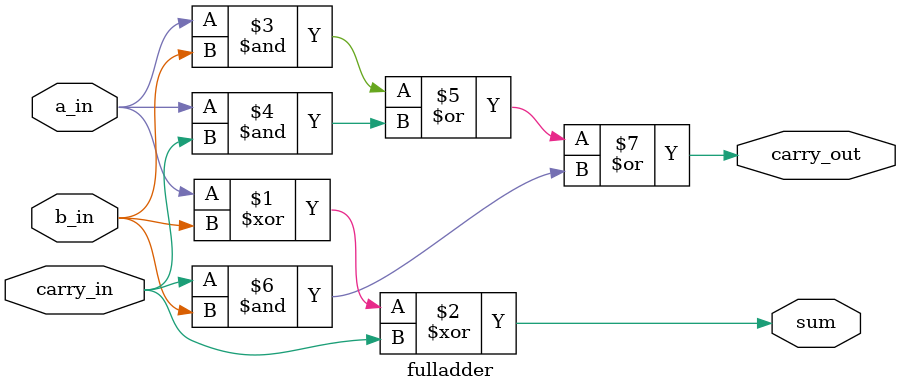
<source format=v>
module fulladder(
input a_in,
input b_in,
input carry_in,
output sum,
output carry_out
);

assign sum = a_in ^ b_in ^ carry_in;
assign carry_out = (a_in & b_in) | (a_in & carry_in) | (carry_in & b_in);

endmodule

</source>
